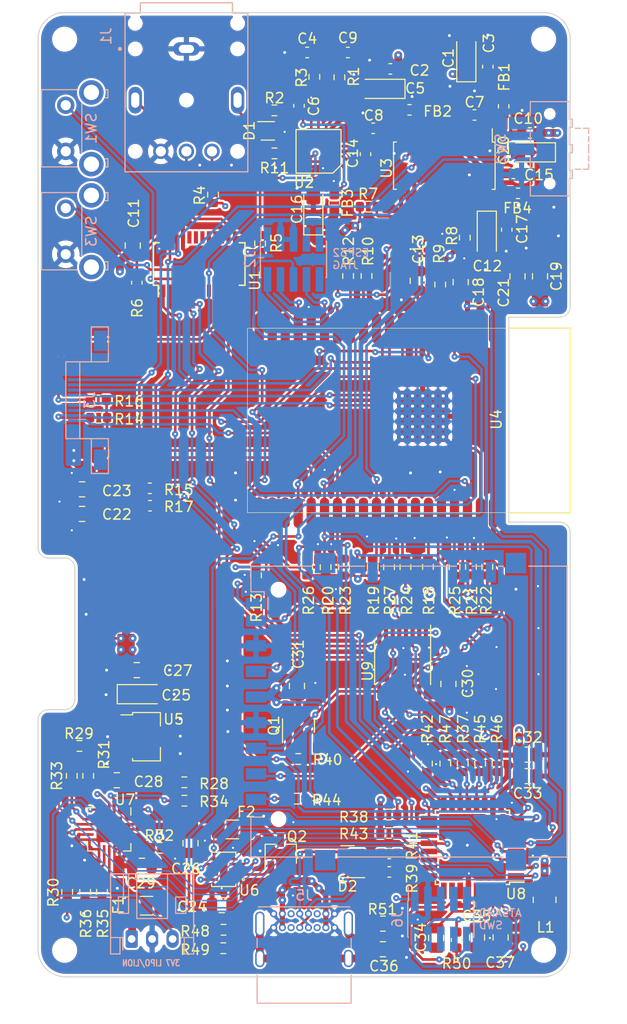
<source format=kicad_pcb>
(kicad_pcb (version 20221018) (generator pcbnew)

  (general
    (thickness 1.566672)
  )

  (paper "A4")
  (layers
    (0 "F.Cu" signal)
    (1 "In1.Cu" signal)
    (2 "In2.Cu" signal)
    (31 "B.Cu" signal)
    (32 "B.Adhes" user "B.Adhesive")
    (33 "F.Adhes" user "F.Adhesive")
    (34 "B.Paste" user)
    (35 "F.Paste" user)
    (36 "B.SilkS" user "B.Silkscreen")
    (37 "F.SilkS" user "F.Silkscreen")
    (38 "B.Mask" user)
    (39 "F.Mask" user)
    (40 "Dwgs.User" user "User.Drawings")
    (41 "Cmts.User" user "User.Comments")
    (42 "Eco1.User" user "User.Eco1")
    (43 "Eco2.User" user "User.Eco2")
    (44 "Edge.Cuts" user)
    (45 "Margin" user)
    (46 "B.CrtYd" user "B.Courtyard")
    (47 "F.CrtYd" user "F.Courtyard")
    (48 "B.Fab" user)
    (49 "F.Fab" user)
    (50 "User.1" user)
    (51 "User.2" user)
    (52 "User.3" user)
    (53 "User.4" user)
    (54 "User.5" user)
    (55 "User.6" user)
    (56 "User.7" user)
    (57 "User.8" user)
    (58 "User.9" user)
  )

  (setup
    (stackup
      (layer "F.SilkS" (type "Top Silk Screen") (color "White"))
      (layer "F.Paste" (type "Top Solder Paste"))
      (layer "F.Mask" (type "Top Solder Mask") (color "Purple") (thickness 0.0254))
      (layer "F.Cu" (type "copper") (thickness 0.04318))
      (layer "dielectric 1" (type "prepreg") (thickness 0.202184) (material "FR408-HR") (epsilon_r 3.69) (loss_tangent 0.0091))
      (layer "In1.Cu" (type "copper") (thickness 0.017272))
      (layer "dielectric 2" (type "core") (thickness 0.9906) (material "FR408-HR") (epsilon_r 3.69) (loss_tangent 0.0091))
      (layer "In2.Cu" (type "copper") (thickness 0.017272))
      (layer "dielectric 3" (type "prepreg") (thickness 0.202184) (material "FR408-HR") (epsilon_r 3.69) (loss_tangent 0.0091))
      (layer "B.Cu" (type "copper") (thickness 0.04318))
      (layer "B.Mask" (type "Bottom Solder Mask") (color "Purple") (thickness 0.0254))
      (layer "B.Paste" (type "Bottom Solder Paste"))
      (layer "B.SilkS" (type "Bottom Silk Screen") (color "White"))
      (copper_finish "ENIG")
      (dielectric_constraints no)
    )
    (pad_to_mask_clearance 0.0508)
    (pcbplotparams
      (layerselection 0x00010fc_ffffffff)
      (plot_on_all_layers_selection 0x0000000_00000000)
      (disableapertmacros false)
      (usegerberextensions true)
      (usegerberattributes true)
      (usegerberadvancedattributes true)
      (creategerberjobfile true)
      (dashed_line_dash_ratio 12.000000)
      (dashed_line_gap_ratio 3.000000)
      (svgprecision 6)
      (plotframeref false)
      (viasonmask false)
      (mode 1)
      (useauxorigin false)
      (hpglpennumber 1)
      (hpglpenspeed 20)
      (hpglpendiameter 15.000000)
      (dxfpolygonmode true)
      (dxfimperialunits true)
      (dxfusepcbnewfont true)
      (psnegative false)
      (psa4output false)
      (plotreference true)
      (plotvalue true)
      (plotinvisibletext false)
      (sketchpadsonfab false)
      (subtractmaskfromsilk false)
      (outputformat 1)
      (mirror false)
      (drillshape 0)
      (scaleselection 1)
      (outputdirectory "gerbers")
    )
  )

  (net 0 "")
  (net 1 "GND")
  (net 2 "/ESP_EN")
  (net 3 "BAT_LEVEL")
  (net 4 "/Power/SYS_POWER")
  (net 5 "USB.DP")
  (net 6 "USB.DN")
  (net 7 "~{3.5mm_DETECT}")
  (net 8 "/JTAG.TMS")
  (net 9 "/JTAG.TCK")
  (net 10 "/JTAG.TDO")
  (net 11 "/JTAG.TDI")
  (net 12 "/SWD.SWDIO")
  (net 13 "/SWD.SWCLK")
  (net 14 "/SWD.RESET")
  (net 15 "/Power/NTC")
  (net 16 "~{CHG_PWR_OK}")
  (net 17 "I2C.SCL")
  (net 18 "/Power/VBUS_RAW")
  (net 19 "I2C.SDA")
  (net 20 "ESP_SPI.PICO")
  (net 21 "/Peripherals/~{DISPLAY_RST}")
  (net 22 "ESP_SPI.SCLK")
  (net 23 "ESP_SPI.DISPLAY_CS")
  (net 24 "DISPLAY_LED_EN")
  (net 25 "DAC.SCK")
  (net 26 "/ESP_BOOT")
  (net 27 "~{SD_VDD_EN}")
  (net 28 "/UART.ESP.TX")
  (net 29 "ESP_SPI.POCI")
  (net 30 "DAC.DATA")
  (net 31 "DAC.BCK")
  (net 32 "ESP_SPI.SD_CS")
  (net 33 "DAC.LRCK")
  (net 34 "SAMD_SPI.POCI")
  (net 35 "/UART.ESP.RX")
  (net 36 "SAMD_SPI.CS")
  (net 37 "SAMD_SPI.PICO")
  (net 38 "/~{SAMD_INT}")
  (net 39 "SAMD_SPI.SCLK")
  (net 40 "CHG_SEL")
  (net 41 "AMP_EN")
  (net 42 "/Power/VBUS_SWITCHED")
  (net 43 "~{GPIO_INT}")
  (net 44 "/Peripherals/KEY_VOL_UP")
  (net 45 "/Peripherals/KEY_VOL_DOWN")
  (net 46 "USB_TCC0")
  (net 47 "USB_TCC1")
  (net 48 "KEY_LOCK")
  (net 49 "CHG_STAT1")
  (net 50 "CHG_STAT2")
  (net 51 "unconnected-(U1-IO0_6-Pad10)")
  (net 52 "~{TOUCH_INT}")
  (net 53 "DISPLAY_DR")
  (net 54 "+3V3")
  (net 55 "Net-(U2--AVDD)")
  (net 56 "Net-(U3-OUTR)")
  (net 57 "Net-(U2-AVDD)")
  (net 58 "Net-(U3-VNEG)")
  (net 59 "Net-(U3-OUTL)")
  (net 60 "Net-(U5-V_{BAT_SENSE})")
  (net 61 "Net-(C32-Pad1)")
  (net 62 "Net-(U3-CAPP)")
  (net 63 "Net-(U3-CAPM)")
  (net 64 "Net-(U3-LDOO)")
  (net 65 "Net-(U2-CCP+)")
  (net 66 "Net-(U2-CCP-)")
  (net 67 "Net-(J7-Pin_1)")
  (net 68 "Net-(J5-SHIELD)")
  (net 69 "Net-(U8-VDDCORE)")
  (net 70 "Net-(U2-L_OUT)")
  (net 71 "Net-(U2-R_OUT)")
  (net 72 "Net-(U3-CPVDD)")
  (net 73 "Net-(U3-AVDD)")
  (net 74 "Net-(U3-DVDD)")
  (net 75 "Net-(J1-Pad6)")
  (net 76 "unconnected-(J2-UART_TX-Pad7)")
  (net 77 "unconnected-(J2-UART_RX-Pad9)")
  (net 78 "unconnected-(J2-nRst-Pad10)")
  (net 79 "Net-(J4-CD{slash}DAT3)")
  (net 80 "Net-(J4-CMD)")
  (net 81 "Net-(J4-CLK)")
  (net 82 "Net-(J4-DAT0)")
  (net 83 "Net-(J4-DAT1)")
  (net 84 "Net-(J4-DAT2)")
  (net 85 "Net-(J5-CC1)")
  (net 86 "unconnected-(J5-SBU1-PadA8)")
  (net 87 "Net-(J5-CC2)")
  (net 88 "unconnected-(J5-SBU2-PadB8)")
  (net 89 "unconnected-(J6-TDO-Pad6)")
  (net 90 "unconnected-(J6-UART_TX-Pad7)")
  (net 91 "unconnected-(J6-TDI-Pad8)")
  (net 92 "Net-(Q2-G)")
  (net 93 "Net-(U2-L_IN)")
  (net 94 "Net-(U2-R_IN)")
  (net 95 "Net-(U3-XSMT)")
  (net 96 "Net-(U3-MODE2{slash}MS)")
  (net 97 "Net-(U5-PROG2)")
  (net 98 "Net-(U5-VPCC)")
  (net 99 "Net-(U5-CE)")
  (net 100 "Net-(U8-USB.DM)")
  (net 101 "Net-(U8-USB.DP)")
  (net 102 "Net-(U5-PROG1)")
  (net 103 "Net-(U5-PROG3)")
  (net 104 "unconnected-(SW2-A-Pad1)")
  (net 105 "Net-(U1-IO0_0)")
  (net 106 "Net-(U1-IO0_1)")
  (net 107 "unconnected-(U1-IO1_2-Pad15)")
  (net 108 "unconnected-(U1-IO1_3-Pad16)")
  (net 109 "unconnected-(U1-IO1_4-Pad17)")
  (net 110 "unconnected-(U1-IO1_5-Pad18)")
  (net 111 "unconnected-(U1-IO1_6-Pad19)")
  (net 112 "unconnected-(U1-IO1_7-Pad20)")
  (net 113 "unconnected-(U4-I39{slash}NOINT-Pad5)")
  (net 114 "unconnected-(U4-SHD{slash}SD2-Pad17)")
  (net 115 "unconnected-(U4-SWP{slash}SD3-Pad18)")
  (net 116 "unconnected-(U4-SCS{slash}CMD-Pad19)")
  (net 117 "unconnected-(U4-SCK{slash}CLK-Pad20)")
  (net 118 "unconnected-(U4-SDO{slash}SD0-Pad21)")
  (net 119 "unconnected-(U4-SDI{slash}SD1-Pad22)")
  (net 120 "unconnected-(U4-IO16-Pad27)")
  (net 121 "unconnected-(U4-IO17-Pad28)")
  (net 122 "unconnected-(U4-NC-Pad32)")
  (net 123 "unconnected-(U7-ORIENT-Pad8)")
  (net 124 "unconnected-(U7-SWMONI-Pad9)")
  (net 125 "unconnected-(U8-SERCOM3.1-Pad22)")
  (net 126 "unconnected-(U8-PA27-Pad25)")
  (net 127 "unconnected-(U8-PA28-Pad27)")
  (net 128 "Net-(J4-VDD)")
  (net 129 "Net-(U8-VDDIN)")

  (footprint "Capacitor_Tantalum_SMD:CP_EIA-3216-18_Kemet-A" (layer "F.Cu") (at 144.4 70.85 90))

  (footprint "Capacitor_SMD:C_0805_2012Metric" (layer "F.Cu") (at 158.8 77.775 90))

  (footprint "Package_TO_SOT_SMD:TSOT-23" (layer "F.Cu") (at 141.2 133.6 90))

  (footprint "Fuse:Fuse_1206_3216Metric" (layer "F.Cu") (at 128.1 138.65))

  (footprint "Resistor_SMD:R_0603_1608Metric" (layer "F.Cu") (at 145.6 105.6 90))

  (footprint "MountingHole:MountingHole_2.2mm_M2" (layer "F.Cu") (at 166.9 143))

  (footprint "Capacitor_SMD:C_0805_2012Metric" (layer "F.Cu") (at 151.2 142.9))

  (footprint "Resistor_SMD:R_0603_1608Metric" (layer "F.Cu") (at 142.925 124.325))

  (footprint "Capacitor_SMD:C_0805_2012Metric" (layer "F.Cu") (at 125.2 126.4 180))

  (footprint "Resistor_SMD:R_0603_1608Metric" (layer "F.Cu") (at 159.2 73.425 90))

  (footprint "Resistor_SMD:R_0603_1608Metric" (layer "F.Cu") (at 146.95 57.775 90))

  (footprint "Resistor_SMD:R_0603_1608Metric" (layer "F.Cu") (at 122.1 137.3 -90))

  (footprint "Resistor_SMD:R_0603_1608Metric" (layer "F.Cu") (at 140.6 65.2 180))

  (footprint "Package_DFN_QFN:QFN-20-1EP_4x4mm_P0.5mm_EP2.5x2.5mm" (layer "F.Cu") (at 124.4625 131.2 -90))

  (footprint "Package_TO_SOT_SMD:SOT-23" (layer "F.Cu") (at 142.95 121.0625 90))

  (footprint "Capacitor_SMD:C_0805_2012Metric" (layer "F.Cu") (at 127.65 134.75))

  (footprint "Package_SO:SSOP-24_3.9x8.7mm_P0.635mm" (layer "F.Cu") (at 133.2475 76 90))

  (footprint "Resistor_SMD:R_0603_1608Metric" (layer "F.Cu") (at 151.775 129.75))

  (footprint "Resistor_SMD:R_0603_1608Metric" (layer "F.Cu") (at 156.8 78 90))

  (footprint "Capacitor_SMD:C_0603_1608Metric" (layer "F.Cu") (at 160.15 61.45 180))

  (footprint "Capacitor_Tantalum_SMD:CP_EIA-3216-18_Kemet-A" (layer "F.Cu") (at 161.35 73.15 -90))

  (footprint "Capacitor_SMD:C_0805_2012Metric" (layer "F.Cu") (at 154.6 77.65 -90))

  (footprint "Resistor_SMD:R_0603_1608Metric" (layer "F.Cu") (at 120.35 137.3 90))

  (footprint "Capacitor_SMD:C_0603_1608Metric" (layer "F.Cu") (at 151.825 135.35 180))

  (footprint "Capacitor_Tantalum_SMD:CP_EIA-3216-18_Kemet-A" (layer "F.Cu") (at 151.05 58.9 180))

  (footprint "Resistor_SMD:R_0603_1608Metric" (layer "F.Cu") (at 149.6 77.175 -90))

  (footprint "Capacitor_SMD:C_0603_1608Metric" (layer "F.Cu") (at 127.155 77.825 -90))

  (footprint "Resistor_SMD:R_0603_1608Metric" (layer "F.Cu") (at 140.6 61 180))

  (footprint "Resistor_SMD:R_0603_1608Metric" (layer "F.Cu") (at 161.4 105.575 90))

  (footprint "Resistor_SMD:R_0603_1608Metric" (layer "F.Cu") (at 138.8 106.4 -90))

  (footprint "Capacitor_SMD:C_0603_1608Metric" (layer "F.Cu") (at 143 60.55 90))

  (footprint "Resistor_SMD:R_0603_1608Metric" (layer "F.Cu") (at 121.55 123.05 180))

  (footprint "Capacitor_SMD:C_0805_2012Metric" (layer "F.Cu") (at 121.8 100.4 180))

  (footprint "Capacitor_SMD:C_0603_1608Metric" (layer "F.Cu") (at 163.3 72.65 -90))

  (footprint "footprints:BD91N01NUX-E2" (layer "F.Cu") (at 135.6475 135.099874 180))

  (footprint "Resistor_SMD:R_0603_1608Metric" (layer "F.Cu") (at 123.75 137.3 -90))

  (footprint "Capacitor_SMD:C_0805_2012Metric" (layer "F.Cu") (at 156.4 141.8 90))

  (footprint "Inductor_SMD:L_0603_1608Metric" (layer "F.Cu") (at 153.8 60.95))

  (footprint "Capacitor_SMD:C_0805_2012Metric" (layer "F.Cu") (at 142.8 117.2 90))

  (footprint "Resistor_SMD:R_0603_1608Metric" (layer "F.Cu") (at 120.8 125.975 -90))

  (footprint "Resistor_SMD:R_0603_1608Metric" (layer "F.Cu") (at 139.2 74 -90))

  (footprint "NetTie:NetTie-2_SMD_Pad0.5mm" (layer "F.Cu") (at 166.8 131.8 180))

  (footprint "Capacitor_SMD:C_0805_2012Metric" (layer "F.Cu")
    (tstamp 5e54cfdf-89cc-4298-b2ad-c81cb73e8022)
    (at 121.8 98 180)
    (descr "Capacitor SMD 0805 (2012 Metric), square (rectangular) end terminal, IPC_7351 nominal, (Body size source: IPC-SM-782 page 76, https://www.pcb-3d.com/wordpress/wp-content/uploads/ipc-sm-782a_amendment_1_and_2.pdf, https://docs.google.com/spreadsheets/d/1BsfQQcO9C6DZCsRaXUlFlo91Tg2WpOkGARC1WS5S8t0/edit?usp=sharing), generated with kicad-footprint-generator")
    (tags "capacitor")
    (property "MPN" "EMK212ABJ106KG-T")
    (property "PN" "")
    (property "Sheetfile" "peripherals.kicad_sch")
    (property "Sheetname" "Peripherals")
    (property "ki_description" "Unpolarized capacitor, small symbol")
    (property "ki_keywords" "capacitor cap")
    (path "/a46377c2-b5e0-47a0-ab83-f2feb3bc1f6a/c97914d7-f29c-4420-9a71-072743c6c460")
    (attr smd)
    (fp_text reference "C23" (at -3.4 -0.15) (layer "F.SilkS")
        (effects (font (size 1 1) (thickness 0.15)))
      (tstamp 6deb447e-7429-4b09-9e51-a621b5390efb)
    )
    (fp_text value "10uF" (at 0 1.68) (layer "F.Fab")
        (effects (font (size 1 1) (thickness 0.15)))
      (tstamp f994c86c-24db-46bb-afb6-6eda3d8f54bc)
    )
    (fp_text user "${REFERENCE}" (at 0 0) (layer "F.Fab")
        (effects (font (size 0.5 0.5) (thickness 0.08)))
      (tstamp a756be99-0545-46a7-9903-3286c592c992)
    )
    (fp_line (start -0.261252 -0.735) (end 0.261252 -0.735)
      (stroke (width 0.12) (type solid)) (layer "F.SilkS") (tstamp 4de6faf3-44b8-42c3-abad-b11b4174ef68))
    (fp_line (start -0.261252 0.735) (end 0.261252 0.735)
      (stroke (width 0.12) (type solid)) (layer "F.SilkS") (tstamp c6b32f41-068f-46
... [3236093 chars truncated]
</source>
